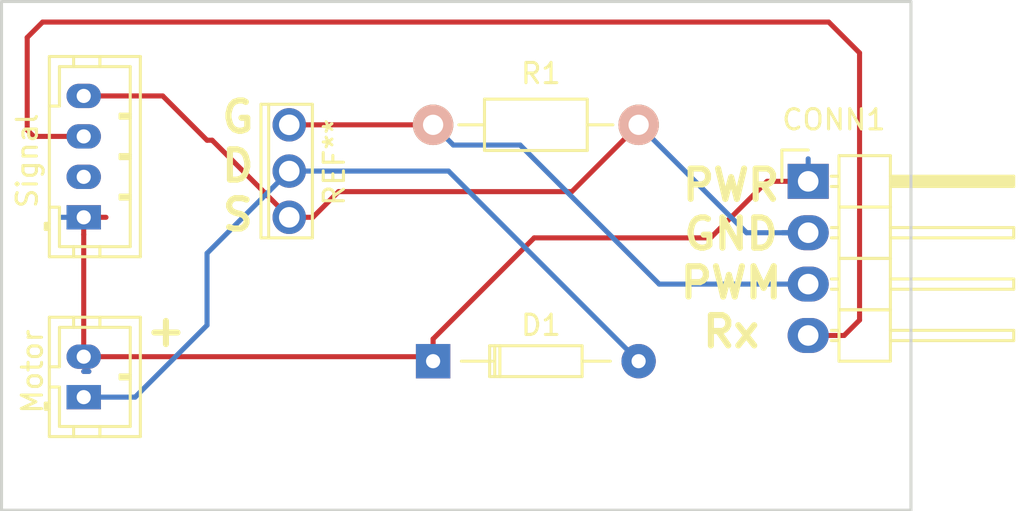
<source format=kicad_pcb>
(kicad_pcb (version 4) (host pcbnew 4.0.4-stable)

  (general
    (links 0)
    (no_connects 0)
    (area 38.024999 78.748666 88.853001 120.705334)
    (thickness 1.6)
    (drawings 7)
    (tracks 46)
    (zones 0)
    (modules 6)
    (nets 1)
  )

  (page A4)
  (layers
    (0 F.Cu signal)
    (31 B.Cu signal)
    (32 B.Adhes user)
    (33 F.Adhes user)
    (34 B.Paste user)
    (35 F.Paste user)
    (36 B.SilkS user)
    (37 F.SilkS user)
    (38 B.Mask user)
    (39 F.Mask user)
    (40 Dwgs.User user)
    (41 Cmts.User user)
    (42 Eco1.User user)
    (43 Eco2.User user)
    (44 Edge.Cuts user)
    (45 Margin user)
    (46 B.CrtYd user)
    (47 F.CrtYd user)
    (48 B.Fab user)
    (49 F.Fab user)
  )

  (setup
    (last_trace_width 0.25)
    (trace_clearance 0.2)
    (zone_clearance 0.508)
    (zone_45_only no)
    (trace_min 0.2)
    (segment_width 0.2)
    (edge_width 0.15)
    (via_size 0.6)
    (via_drill 0.4)
    (via_min_size 0.4)
    (via_min_drill 0.3)
    (uvia_size 0.3)
    (uvia_drill 0.1)
    (uvias_allowed no)
    (uvia_min_size 0.2)
    (uvia_min_drill 0.1)
    (pcb_text_width 0.3)
    (pcb_text_size 1.5 1.5)
    (mod_edge_width 0.15)
    (mod_text_size 1 1)
    (mod_text_width 0.15)
    (pad_size 1.524 1.524)
    (pad_drill 0.762)
    (pad_to_mask_clearance 0.2)
    (aux_axis_origin 0 0)
    (visible_elements 7FFFFFFF)
    (pcbplotparams
      (layerselection 0x3ffff_80000001)
      (usegerberextensions false)
      (excludeedgelayer true)
      (linewidth 0.100000)
      (plotframeref false)
      (viasonmask false)
      (mode 1)
      (useauxorigin false)
      (hpglpennumber 1)
      (hpglpenspeed 20)
      (hpglpendiameter 15)
      (hpglpenoverlay 2)
      (psnegative false)
      (psa4output false)
      (plotreference true)
      (plotvalue true)
      (plotinvisibletext false)
      (padsonsilk false)
      (subtractmaskfromsilk false)
      (outputformat 1)
      (mirror false)
      (drillshape 0)
      (scaleselection 1)
      (outputdirectory Gerber))
  )

  (net 0 "")

  (net_class Default "This is the default net class."
    (clearance 0.2)
    (trace_width 0.25)
    (via_dia 0.6)
    (via_drill 0.4)
    (uvia_dia 0.3)
    (uvia_drill 0.1)
  )

  (module Connectors_JST:JST_PH_B4B-PH-K_04x2.00mm_Straight (layer F.Cu) (tedit 5836F3A5) (tstamp 58367CB9)
    (at 42.164 97.282 90)
    (descr http://www.jst-mfg.com/product/pdf/eng/ePH.pdf)
    (tags "connector jst ph")
    (fp_text reference Signal (at 2.794 -2.794 90) (layer F.SilkS)
      (effects (font (size 1 1) (thickness 0.15)))
    )
    (fp_text value JST_PH_B4B-PH-K_04x2.00mm_Straight (at 3 4 90) (layer F.Fab) hide
      (effects (font (size 1 1) (thickness 0.15)))
    )
    (fp_line (start -1.95 2.8) (end -1.95 -1.7) (layer F.SilkS) (width 0.15))
    (fp_line (start -1.95 -1.7) (end 7.95 -1.7) (layer F.SilkS) (width 0.15))
    (fp_line (start 7.95 -1.7) (end 7.95 2.8) (layer F.SilkS) (width 0.15))
    (fp_line (start 7.95 2.8) (end -1.95 2.8) (layer F.SilkS) (width 0.15))
    (fp_line (start 0.5 -1.7) (end 0.5 -1.2) (layer F.SilkS) (width 0.15))
    (fp_line (start 0.5 -1.2) (end -1.45 -1.2) (layer F.SilkS) (width 0.15))
    (fp_line (start -1.45 -1.2) (end -1.45 2.3) (layer F.SilkS) (width 0.15))
    (fp_line (start -1.45 2.3) (end 7.45 2.3) (layer F.SilkS) (width 0.15))
    (fp_line (start 7.45 2.3) (end 7.45 -1.2) (layer F.SilkS) (width 0.15))
    (fp_line (start 7.45 -1.2) (end 5.5 -1.2) (layer F.SilkS) (width 0.15))
    (fp_line (start 5.5 -1.2) (end 5.5 -1.7) (layer F.SilkS) (width 0.15))
    (fp_line (start -1.95 -0.5) (end -1.45 -0.5) (layer F.SilkS) (width 0.15))
    (fp_line (start -1.95 0.8) (end -1.45 0.8) (layer F.SilkS) (width 0.15))
    (fp_line (start 7.45 -0.5) (end 7.95 -0.5) (layer F.SilkS) (width 0.15))
    (fp_line (start 7.45 0.8) (end 7.95 0.8) (layer F.SilkS) (width 0.15))
    (fp_line (start -0.3 -1.7) (end -0.3 -1.9) (layer F.SilkS) (width 0.15))
    (fp_line (start -0.3 -1.9) (end -0.6 -1.9) (layer F.SilkS) (width 0.15))
    (fp_line (start -0.6 -1.9) (end -0.6 -1.7) (layer F.SilkS) (width 0.15))
    (fp_line (start -0.3 -1.8) (end -0.6 -1.8) (layer F.SilkS) (width 0.15))
    (fp_line (start 0.9 2.3) (end 0.9 1.8) (layer F.SilkS) (width 0.15))
    (fp_line (start 0.9 1.8) (end 1.1 1.8) (layer F.SilkS) (width 0.15))
    (fp_line (start 1.1 1.8) (end 1.1 2.3) (layer F.SilkS) (width 0.15))
    (fp_line (start 1 2.3) (end 1 1.8) (layer F.SilkS) (width 0.15))
    (fp_line (start 2.9 2.3) (end 2.9 1.8) (layer F.SilkS) (width 0.15))
    (fp_line (start 2.9 1.8) (end 3.1 1.8) (layer F.SilkS) (width 0.15))
    (fp_line (start 3.1 1.8) (end 3.1 2.3) (layer F.SilkS) (width 0.15))
    (fp_line (start 3 2.3) (end 3 1.8) (layer F.SilkS) (width 0.15))
    (fp_line (start 4.9 2.3) (end 4.9 1.8) (layer F.SilkS) (width 0.15))
    (fp_line (start 4.9 1.8) (end 5.1 1.8) (layer F.SilkS) (width 0.15))
    (fp_line (start 5.1 1.8) (end 5.1 2.3) (layer F.SilkS) (width 0.15))
    (fp_line (start 5 2.3) (end 5 1.8) (layer F.SilkS) (width 0.15))
    (fp_line (start -2.45 3.3) (end -2.45 -2.2) (layer F.CrtYd) (width 0.05))
    (fp_line (start -2.45 -2.2) (end 8.45 -2.2) (layer F.CrtYd) (width 0.05))
    (fp_line (start 8.45 -2.2) (end 8.45 3.3) (layer F.CrtYd) (width 0.05))
    (fp_line (start 8.45 3.3) (end -2.45 3.3) (layer F.CrtYd) (width 0.05))
    (pad 1 thru_hole rect (at 0 0 90) (size 1.2 1.7) (drill 0.7) (layers *.Cu *.Mask))
    (pad 2 thru_hole oval (at 2 0 90) (size 1.2 1.7) (drill 0.7) (layers *.Cu *.Mask))
    (pad 3 thru_hole oval (at 4 0 90) (size 1.2 1.7) (drill 0.7) (layers *.Cu *.Mask))
    (pad 4 thru_hole oval (at 6 0 90) (size 1.2 1.7) (drill 0.7) (layers *.Cu *.Mask))
  )

  (module Connectors_JST:JST_PH_B2B-PH-K_02x2.00mm_Straight (layer F.Cu) (tedit 5836F392) (tstamp 58367DA8)
    (at 42.164 106.172 90)
    (descr http://www.jst-mfg.com/product/pdf/eng/ePH.pdf)
    (tags "connector jst ph")
    (fp_text reference Motor (at 1.27 -2.54 90) (layer F.SilkS)
      (effects (font (size 1 1) (thickness 0.15)))
    )
    (fp_text value JST_PH_B2B-PH-K_02x2.00mm_Straight (at 1 4 90) (layer F.Fab) hide
      (effects (font (size 1 1) (thickness 0.15)))
    )
    (fp_line (start -1.95 2.8) (end -1.95 -1.7) (layer F.SilkS) (width 0.15))
    (fp_line (start -1.95 -1.7) (end 3.95 -1.7) (layer F.SilkS) (width 0.15))
    (fp_line (start 3.95 -1.7) (end 3.95 2.8) (layer F.SilkS) (width 0.15))
    (fp_line (start 3.95 2.8) (end -1.95 2.8) (layer F.SilkS) (width 0.15))
    (fp_line (start 0.5 -1.7) (end 0.5 -1.2) (layer F.SilkS) (width 0.15))
    (fp_line (start 0.5 -1.2) (end -1.45 -1.2) (layer F.SilkS) (width 0.15))
    (fp_line (start -1.45 -1.2) (end -1.45 2.3) (layer F.SilkS) (width 0.15))
    (fp_line (start -1.45 2.3) (end 3.45 2.3) (layer F.SilkS) (width 0.15))
    (fp_line (start 3.45 2.3) (end 3.45 -1.2) (layer F.SilkS) (width 0.15))
    (fp_line (start 3.45 -1.2) (end 1.5 -1.2) (layer F.SilkS) (width 0.15))
    (fp_line (start 1.5 -1.2) (end 1.5 -1.7) (layer F.SilkS) (width 0.15))
    (fp_line (start -1.95 -0.5) (end -1.45 -0.5) (layer F.SilkS) (width 0.15))
    (fp_line (start -1.95 0.8) (end -1.45 0.8) (layer F.SilkS) (width 0.15))
    (fp_line (start 3.45 -0.5) (end 3.95 -0.5) (layer F.SilkS) (width 0.15))
    (fp_line (start 3.45 0.8) (end 3.95 0.8) (layer F.SilkS) (width 0.15))
    (fp_line (start -0.3 -1.7) (end -0.3 -1.9) (layer F.SilkS) (width 0.15))
    (fp_line (start -0.3 -1.9) (end -0.6 -1.9) (layer F.SilkS) (width 0.15))
    (fp_line (start -0.6 -1.9) (end -0.6 -1.7) (layer F.SilkS) (width 0.15))
    (fp_line (start -0.3 -1.8) (end -0.6 -1.8) (layer F.SilkS) (width 0.15))
    (fp_line (start 0.9 2.3) (end 0.9 1.8) (layer F.SilkS) (width 0.15))
    (fp_line (start 0.9 1.8) (end 1.1 1.8) (layer F.SilkS) (width 0.15))
    (fp_line (start 1.1 1.8) (end 1.1 2.3) (layer F.SilkS) (width 0.15))
    (fp_line (start 1 2.3) (end 1 1.8) (layer F.SilkS) (width 0.15))
    (fp_line (start -2.45 3.3) (end -2.45 -2.2) (layer F.CrtYd) (width 0.05))
    (fp_line (start -2.45 -2.2) (end 4.45 -2.2) (layer F.CrtYd) (width 0.05))
    (fp_line (start 4.45 -2.2) (end 4.45 3.3) (layer F.CrtYd) (width 0.05))
    (fp_line (start 4.45 3.3) (end -2.45 3.3) (layer F.CrtYd) (width 0.05))
    (pad 1 thru_hole rect (at 0 0 90) (size 1.2 1.7) (drill 0.7) (layers *.Cu *.Mask))
    (pad 2 thru_hole oval (at 2 0 90) (size 1.2 1.7) (drill 0.7) (layers *.Cu *.Mask))
  )

  (module Pin_Headers:Pin_Header_Angled_1x04 (layer F.Cu) (tedit 58371CBA) (tstamp 58367E61)
    (at 77.978 95.504)
    (descr "Through hole pin header")
    (tags "pin header")
    (fp_text reference CONN1 (at 1.27 -3.048) (layer F.SilkS)
      (effects (font (size 1 1) (thickness 0.15)))
    )
    (fp_text value Pin_Header_Angled_1x04 (at 0 -3.1) (layer F.Fab) hide
      (effects (font (size 1 1) (thickness 0.15)))
    )
    (fp_line (start -1.5 -1.75) (end -1.5 9.4) (layer F.CrtYd) (width 0.05))
    (fp_line (start 10.65 -1.75) (end 10.65 9.4) (layer F.CrtYd) (width 0.05))
    (fp_line (start -1.5 -1.75) (end 10.65 -1.75) (layer F.CrtYd) (width 0.05))
    (fp_line (start -1.5 9.4) (end 10.65 9.4) (layer F.CrtYd) (width 0.05))
    (fp_line (start -1.3 -1.55) (end -1.3 0) (layer F.SilkS) (width 0.15))
    (fp_line (start 0 -1.55) (end -1.3 -1.55) (layer F.SilkS) (width 0.15))
    (fp_line (start 4.191 -0.127) (end 10.033 -0.127) (layer F.SilkS) (width 0.15))
    (fp_line (start 10.033 -0.127) (end 10.033 0.127) (layer F.SilkS) (width 0.15))
    (fp_line (start 10.033 0.127) (end 4.191 0.127) (layer F.SilkS) (width 0.15))
    (fp_line (start 4.191 0.127) (end 4.191 0) (layer F.SilkS) (width 0.15))
    (fp_line (start 4.191 0) (end 10.033 0) (layer F.SilkS) (width 0.15))
    (fp_line (start 1.524 -0.254) (end 1.143 -0.254) (layer F.SilkS) (width 0.15))
    (fp_line (start 1.524 0.254) (end 1.143 0.254) (layer F.SilkS) (width 0.15))
    (fp_line (start 1.524 2.286) (end 1.143 2.286) (layer F.SilkS) (width 0.15))
    (fp_line (start 1.524 2.794) (end 1.143 2.794) (layer F.SilkS) (width 0.15))
    (fp_line (start 1.524 4.826) (end 1.143 4.826) (layer F.SilkS) (width 0.15))
    (fp_line (start 1.524 5.334) (end 1.143 5.334) (layer F.SilkS) (width 0.15))
    (fp_line (start 1.524 7.874) (end 1.143 7.874) (layer F.SilkS) (width 0.15))
    (fp_line (start 1.524 7.366) (end 1.143 7.366) (layer F.SilkS) (width 0.15))
    (fp_line (start 1.524 -1.27) (end 4.064 -1.27) (layer F.SilkS) (width 0.15))
    (fp_line (start 1.524 1.27) (end 4.064 1.27) (layer F.SilkS) (width 0.15))
    (fp_line (start 1.524 1.27) (end 1.524 3.81) (layer F.SilkS) (width 0.15))
    (fp_line (start 1.524 3.81) (end 4.064 3.81) (layer F.SilkS) (width 0.15))
    (fp_line (start 4.064 2.286) (end 10.16 2.286) (layer F.SilkS) (width 0.15))
    (fp_line (start 10.16 2.286) (end 10.16 2.794) (layer F.SilkS) (width 0.15))
    (fp_line (start 10.16 2.794) (end 4.064 2.794) (layer F.SilkS) (width 0.15))
    (fp_line (start 4.064 3.81) (end 4.064 1.27) (layer F.SilkS) (width 0.15))
    (fp_line (start 4.064 1.27) (end 4.064 -1.27) (layer F.SilkS) (width 0.15))
    (fp_line (start 10.16 0.254) (end 4.064 0.254) (layer F.SilkS) (width 0.15))
    (fp_line (start 10.16 -0.254) (end 10.16 0.254) (layer F.SilkS) (width 0.15))
    (fp_line (start 4.064 -0.254) (end 10.16 -0.254) (layer F.SilkS) (width 0.15))
    (fp_line (start 1.524 1.27) (end 4.064 1.27) (layer F.SilkS) (width 0.15))
    (fp_line (start 1.524 -1.27) (end 1.524 1.27) (layer F.SilkS) (width 0.15))
    (fp_line (start 1.524 6.35) (end 4.064 6.35) (layer F.SilkS) (width 0.15))
    (fp_line (start 1.524 6.35) (end 1.524 8.89) (layer F.SilkS) (width 0.15))
    (fp_line (start 1.524 8.89) (end 4.064 8.89) (layer F.SilkS) (width 0.15))
    (fp_line (start 4.064 7.366) (end 10.16 7.366) (layer F.SilkS) (width 0.15))
    (fp_line (start 10.16 7.366) (end 10.16 7.874) (layer F.SilkS) (width 0.15))
    (fp_line (start 10.16 7.874) (end 4.064 7.874) (layer F.SilkS) (width 0.15))
    (fp_line (start 4.064 8.89) (end 4.064 6.35) (layer F.SilkS) (width 0.15))
    (fp_line (start 4.064 6.35) (end 4.064 3.81) (layer F.SilkS) (width 0.15))
    (fp_line (start 10.16 5.334) (end 4.064 5.334) (layer F.SilkS) (width 0.15))
    (fp_line (start 10.16 4.826) (end 10.16 5.334) (layer F.SilkS) (width 0.15))
    (fp_line (start 4.064 4.826) (end 10.16 4.826) (layer F.SilkS) (width 0.15))
    (fp_line (start 1.524 6.35) (end 4.064 6.35) (layer F.SilkS) (width 0.15))
    (fp_line (start 1.524 3.81) (end 1.524 6.35) (layer F.SilkS) (width 0.15))
    (fp_line (start 1.524 3.81) (end 4.064 3.81) (layer F.SilkS) (width 0.15))
    (pad 1 thru_hole rect (at 0 0) (size 2.032 1.7272) (drill 1.016) (layers *.Cu *.Mask))
    (pad 2 thru_hole oval (at 0 2.54) (size 2.032 1.7272) (drill 1.016) (layers *.Cu *.Mask))
    (pad 3 thru_hole oval (at 0 5.08) (size 2.032 1.7272) (drill 1.016) (layers *.Cu *.Mask))
    (pad 4 thru_hole oval (at 0 7.62) (size 2.032 1.7272) (drill 1.016) (layers *.Cu *.Mask))
    (model Pin_Headers.3dshapes/Pin_Header_Angled_1x04.wrl
      (at (xyz 0 -0.15 0))
      (scale (xyz 1 1 1))
      (rotate (xyz 0 0 90))
    )
  )

  (module Diodes_ThroughHole:Diode_DO-35_SOD27_Horizontal_RM10 (layer F.Cu) (tedit 58371CAA) (tstamp 58367F1D)
    (at 59.43548 104.39654)
    (descr "Diode, DO-35,  SOD27, Horizontal, RM 10mm")
    (tags "Diode, DO-35, SOD27, Horizontal, RM 10mm, 1N4148,")
    (fp_text reference D1 (at 5.33452 -1.78054 180) (layer F.SilkS)
      (effects (font (size 1 1) (thickness 0.15)))
    )
    (fp_text value Diode_DO-35_SOD27_Horizontal_RM10 (at 5.58852 2.79146) (layer F.Fab) hide
      (effects (font (size 1 1) (thickness 0.15)))
    )
    (fp_line (start 7.36652 -0.00254) (end 8.76352 -0.00254) (layer F.SilkS) (width 0.15))
    (fp_line (start 2.92152 -0.00254) (end 1.39752 -0.00254) (layer F.SilkS) (width 0.15))
    (fp_line (start 3.30252 -0.76454) (end 3.30252 0.75946) (layer F.SilkS) (width 0.15))
    (fp_line (start 3.04852 -0.76454) (end 3.04852 0.75946) (layer F.SilkS) (width 0.15))
    (fp_line (start 2.79452 -0.00254) (end 2.79452 0.75946) (layer F.SilkS) (width 0.15))
    (fp_line (start 2.79452 0.75946) (end 7.36652 0.75946) (layer F.SilkS) (width 0.15))
    (fp_line (start 7.36652 0.75946) (end 7.36652 -0.76454) (layer F.SilkS) (width 0.15))
    (fp_line (start 7.36652 -0.76454) (end 2.79452 -0.76454) (layer F.SilkS) (width 0.15))
    (fp_line (start 2.79452 -0.76454) (end 2.79452 -0.00254) (layer F.SilkS) (width 0.15))
    (pad 2 thru_hole circle (at 10.16052 -0.00254 180) (size 1.69926 1.69926) (drill 0.70104) (layers *.Cu *.Mask))
    (pad 1 thru_hole rect (at 0.00052 -0.00254 180) (size 1.69926 1.69926) (drill 0.70104) (layers *.Cu *.Mask))
    (model Diodes_ThroughHole.3dshapes/Diode_DO-35_SOD27_Horizontal_RM10.wrl
      (at (xyz 0.2 0 0))
      (scale (xyz 0.4 0.4 0.4))
      (rotate (xyz 0 0 180))
    )
  )

  (module Resistors_ThroughHole:Resistor_Horizontal_RM10mm (layer F.Cu) (tedit 58371CA1) (tstamp 58367F2C)
    (at 59.436 92.71)
    (descr "Resistor, Axial,  RM 10mm, 1/3W")
    (tags "Resistor Axial RM 10mm 1/3W")
    (fp_text reference R1 (at 5.32892 -2.54) (layer F.SilkS)
      (effects (font (size 1 1) (thickness 0.15)))
    )
    (fp_text value Resistor_Horizontal_RM10mm (at 5.08 3.81) (layer F.Fab) hide
      (effects (font (size 1 1) (thickness 0.15)))
    )
    (fp_line (start -1.25 -1.5) (end 11.4 -1.5) (layer F.CrtYd) (width 0.05))
    (fp_line (start -1.25 1.5) (end -1.25 -1.5) (layer F.CrtYd) (width 0.05))
    (fp_line (start 11.4 -1.5) (end 11.4 1.5) (layer F.CrtYd) (width 0.05))
    (fp_line (start -1.25 1.5) (end 11.4 1.5) (layer F.CrtYd) (width 0.05))
    (fp_line (start 2.54 -1.27) (end 7.62 -1.27) (layer F.SilkS) (width 0.15))
    (fp_line (start 7.62 -1.27) (end 7.62 1.27) (layer F.SilkS) (width 0.15))
    (fp_line (start 7.62 1.27) (end 2.54 1.27) (layer F.SilkS) (width 0.15))
    (fp_line (start 2.54 1.27) (end 2.54 -1.27) (layer F.SilkS) (width 0.15))
    (fp_line (start 2.54 0) (end 1.27 0) (layer F.SilkS) (width 0.15))
    (fp_line (start 7.62 0) (end 8.89 0) (layer F.SilkS) (width 0.15))
    (pad 1 thru_hole circle (at 0 0) (size 1.99898 1.99898) (drill 1.00076) (layers *.Cu *.SilkS *.Mask))
    (pad 2 thru_hole circle (at 10.16 0) (size 1.99898 1.99898) (drill 1.00076) (layers *.Cu *.SilkS *.Mask))
    (model Resistors_ThroughHole.3dshapes/Resistor_Horizontal_RM10mm.wrl
      (at (xyz 0.2 0 0))
      (scale (xyz 0.4 0.4 0.4))
      (rotate (xyz 0 0 0))
    )
  )

  (module TO_SOT_Packages_THT:TO-251AA (layer F.Cu) (tedit 5836F25C) (tstamp 5836FA92)
    (at 52.324 97.282 90)
    (descr "IPAK / TO-251AA 3-lead THT package")
    (tags "ipak to-251aa to-251")
    (fp_text reference REF** (at 2.725 2.225 270) (layer F.SilkS)
      (effects (font (size 1 1) (thickness 0.15)))
    )
    (fp_text value TO-251AA (at 2.025 -2.375 90) (layer F.Fab) hide
      (effects (font (size 1 1) (thickness 0.15)))
    )
    (fp_line (start 5.8 -1.6) (end 5.8 1.4) (layer F.CrtYd) (width 0.05))
    (fp_line (start -1.3 -1.6) (end -1.3 1.4) (layer F.CrtYd) (width 0.05))
    (fp_line (start -1.3 1.4) (end 5.8 1.4) (layer F.CrtYd) (width 0.05))
    (fp_line (start -1.3 -1.6) (end 5.8 -1.6) (layer F.CrtYd) (width 0.05))
    (fp_line (start 5.588 -1.016) (end -1.016 -1.016) (layer F.SilkS) (width 0.15))
    (fp_line (start 5.588 0) (end 5.588 -1.397) (layer F.SilkS) (width 0.15))
    (fp_line (start 5.588 -1.397) (end -1.016 -1.397) (layer F.SilkS) (width 0.15))
    (fp_line (start -1.016 -1.397) (end -1.016 1.143) (layer F.SilkS) (width 0.15))
    (fp_line (start -1.016 1.143) (end 5.588 1.143) (layer F.SilkS) (width 0.15))
    (fp_line (start 5.588 1.143) (end 5.588 0) (layer F.SilkS) (width 0.15))
    (pad 2 thru_hole circle (at 2.286 0 270) (size 1.651 1.651) (drill 1.016) (layers *.Cu *.Mask))
    (pad 3 thru_hole circle (at 4.572 0 270) (size 1.651 1.651) (drill 1.016) (layers *.Cu *.Mask))
    (pad 1 thru_hole circle (at 0 0 270) (size 1.651 1.651) (drill 1.016) (layers *.Cu *.Mask))
  )

  (gr_line (start 38.1 111.76) (end 83.058 111.76) (layer Edge.Cuts) (width 0.15))
  (gr_line (start 83.058 86.614) (end 83.058 111.76) (layer Edge.Cuts) (width 0.15))
  (gr_text "PWR\nGND\nPWM\nRx" (at 74.168 99.314) (layer F.SilkS)
    (effects (font (size 1.5 1.5) (thickness 0.3)))
  )
  (gr_text + (at 46.228 102.87) (layer F.SilkS)
    (effects (font (size 1.5 1.5) (thickness 0.3)))
  )
  (gr_line (start 38.1 86.614) (end 38.1 111.76) (layer Edge.Cuts) (width 0.15))
  (gr_line (start 83.058 86.614) (end 38.1 86.614) (layer Edge.Cuts) (width 0.15))
  (gr_text "G\nD\nS" (at 49.784 94.742) (layer F.SilkS)
    (effects (font (size 1.5 1.5) (thickness 0.3)))
  )

  (segment (start 42.164 106.172) (end 44.704 106.172) (width 0.25) (layer B.Cu) (net 0))
  (segment (start 48.26 102.616) (end 48.26 99.06) (width 0.25) (layer B.Cu) (net 0))
  (segment (start 44.704 106.172) (end 48.26 102.616) (width 0.25) (layer B.Cu) (net 0))
  (segment (start 48.26 99.06) (end 52.324 94.996) (width 0.25) (layer B.Cu) (net 0))
  (segment (start 42.164 104.172) (end 59.214 104.172) (width 0.25) (layer F.Cu) (net 0))
  (segment (start 59.214 104.172) (end 59.436 104.394) (width 0.25) (layer F.Cu) (net 0))
  (segment (start 42.164 97.282) (end 42.164 98.132) (width 0.25) (layer F.Cu) (net 0))
  (segment (start 42.164 98.132) (end 42.164 104.172) (width 0.25) (layer F.Cu) (net 0))
  (segment (start 73.152 98.298) (end 75.946 95.504) (width 0.25) (layer F.Cu) (net 0))
  (segment (start 75.946 95.504) (end 77.978 95.504) (width 0.25) (layer F.Cu) (net 0))
  (segment (start 64.43237 98.298) (end 73.152 98.298) (width 0.25) (layer F.Cu) (net 0))
  (segment (start 59.436 103.29437) (end 64.43237 98.298) (width 0.25) (layer F.Cu) (net 0))
  (segment (start 63.737489 93.709489) (end 70.612 100.584) (width 0.25) (layer B.Cu) (net 0))
  (segment (start 70.612 100.584) (end 77.978 100.584) (width 0.25) (layer B.Cu) (net 0))
  (segment (start 59.436 92.71) (end 60.435489 93.709489) (width 0.25) (layer B.Cu) (net 0))
  (segment (start 60.435489 93.709489) (end 63.737489 93.709489) (width 0.25) (layer B.Cu) (net 0))
  (segment (start 52.324 94.996) (end 60.198 94.996) (width 0.25) (layer B.Cu) (net 0))
  (segment (start 60.198 94.996) (end 69.596 104.394) (width 0.25) (layer B.Cu) (net 0))
  (segment (start 48.26 93.472) (end 48.514 93.472) (width 0.25) (layer F.Cu) (net 0))
  (segment (start 48.514 93.472) (end 52.324 97.282) (width 0.25) (layer F.Cu) (net 0))
  (segment (start 46.07 91.282) (end 48.26 93.472) (width 0.25) (layer F.Cu) (net 0))
  (segment (start 42.164 91.282) (end 46.07 91.282) (width 0.25) (layer F.Cu) (net 0))
  (segment (start 42.418 104.902) (end 42.164 104.902) (width 0.25) (layer B.Cu) (net 0))
  (segment (start 77.978 98.044) (end 74.93 98.044) (width 0.25) (layer B.Cu) (net 0))
  (segment (start 74.93 98.044) (end 69.596 92.71) (width 0.25) (layer B.Cu) (net 0))
  (segment (start 54.761433 96.012) (end 66.294 96.012) (width 0.25) (layer F.Cu) (net 0))
  (segment (start 66.294 96.012) (end 69.596 92.71) (width 0.25) (layer F.Cu) (net 0))
  (segment (start 52.324 97.282) (end 53.491433 97.282) (width 0.25) (layer F.Cu) (net 0))
  (segment (start 53.491433 97.282) (end 54.761433 96.012) (width 0.25) (layer F.Cu) (net 0))
  (segment (start 52.324 92.71) (end 59.436 92.71) (width 0.25) (layer F.Cu) (net 0))
  (segment (start 42.164 97.282) (end 43.264 97.282) (width 0.25) (layer F.Cu) (net 0))
  (segment (start 42.164 97.282) (end 41.064 97.282) (width 0.25) (layer B.Cu) (net 0))
  (segment (start 80.518 102.362) (end 79.756 103.124) (width 0.25) (layer F.Cu) (net 0))
  (segment (start 79.756 103.124) (end 77.978 103.124) (width 0.25) (layer F.Cu) (net 0))
  (segment (start 80.518 89.154) (end 80.518 102.362) (width 0.25) (layer F.Cu) (net 0))
  (segment (start 78.994 87.63) (end 80.518 89.154) (width 0.25) (layer F.Cu) (net 0))
  (segment (start 40.132 87.63) (end 78.994 87.63) (width 0.25) (layer F.Cu) (net 0))
  (segment (start 39.37 88.392) (end 40.132 87.63) (width 0.25) (layer F.Cu) (net 0))
  (segment (start 39.37 92.964) (end 39.37 88.392) (width 0.25) (layer F.Cu) (net 0))
  (segment (start 39.688 93.282) (end 39.37 92.964) (width 0.25) (layer F.Cu) (net 0))
  (segment (start 42.164 93.282) (end 39.688 93.282) (width 0.25) (layer F.Cu) (net 0))
  (segment (start 77.978 95.504) (end 77.978 94.3904) (width 0.25) (layer B.Cu) (net 0))
  (segment (start 77.978 98.044) (end 76.712 98.044) (width 0.25) (layer B.Cu) (net 0))
  (segment (start 77.47 100.584) (end 77.978 100.584) (width 0.25) (layer B.Cu) (net 0))
  (segment (start 42.164 104.902) (end 42.414 104.902) (width 0.25) (layer F.Cu) (net 0))
  (segment (start 59.436 103.29437) (end 59.436 104.394) (width 0.25) (layer F.Cu) (net 0))

)

</source>
